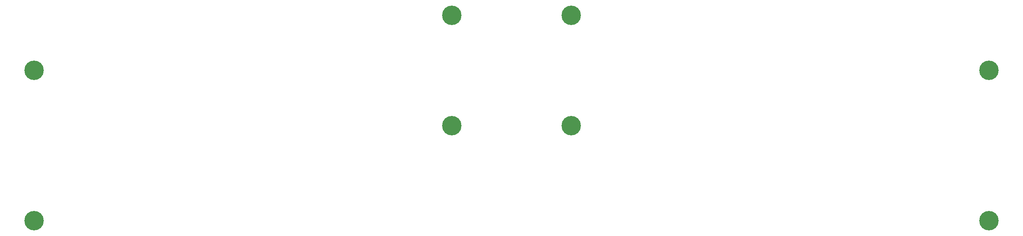
<source format=gtl>
G04 #@! TF.GenerationSoftware,KiCad,Pcbnew,(5.1.4)-1*
G04 #@! TF.CreationDate,2021-09-25T13:38:48-04:00*
G04 #@! TF.ProjectId,horizon-choc-bottom-plate,686f7269-7a6f-46e2-9d63-686f632d626f,rev?*
G04 #@! TF.SameCoordinates,Original*
G04 #@! TF.FileFunction,Copper,L1,Top*
G04 #@! TF.FilePolarity,Positive*
%FSLAX46Y46*%
G04 Gerber Fmt 4.6, Leading zero omitted, Abs format (unit mm)*
G04 Created by KiCad (PCBNEW (5.1.4)-1) date 2021-09-25 13:38:48*
%MOMM*%
%LPD*%
G04 APERTURE LIST*
%ADD10C,0.700000*%
%ADD11C,4.400000*%
G04 APERTURE END LIST*
D10*
X216666726Y-123333274D03*
X215500000Y-122850000D03*
X214333274Y-123333274D03*
X213850000Y-124500000D03*
X214333274Y-125666726D03*
X215500000Y-126150000D03*
X216666726Y-125666726D03*
X217150000Y-124500000D03*
D11*
X215500000Y-124500000D03*
D10*
X189666726Y-123333274D03*
X188500000Y-122850000D03*
X187333274Y-123333274D03*
X186850000Y-124500000D03*
X187333274Y-125666726D03*
X188500000Y-126150000D03*
X189666726Y-125666726D03*
X190150000Y-124500000D03*
D11*
X188500000Y-124500000D03*
D10*
X216666726Y-98333274D03*
X215500000Y-97850000D03*
X214333274Y-98333274D03*
X213850000Y-99500000D03*
X214333274Y-100666726D03*
X215500000Y-101150000D03*
X216666726Y-100666726D03*
X217150000Y-99500000D03*
D11*
X215500000Y-99500000D03*
D10*
X189666726Y-98333274D03*
X188500000Y-97850000D03*
X187333274Y-98333274D03*
X186850000Y-99500000D03*
X187333274Y-100666726D03*
X188500000Y-101150000D03*
X189666726Y-100666726D03*
X190150000Y-99500000D03*
D11*
X188500000Y-99500000D03*
D10*
X95166726Y-110833274D03*
X94000000Y-110350000D03*
X92833274Y-110833274D03*
X92350000Y-112000000D03*
X92833274Y-113166726D03*
X94000000Y-113650000D03*
X95166726Y-113166726D03*
X95650000Y-112000000D03*
D11*
X94000000Y-112000000D03*
D10*
X311166726Y-144833274D03*
X310000000Y-144350000D03*
X308833274Y-144833274D03*
X308350000Y-146000000D03*
X308833274Y-147166726D03*
X310000000Y-147650000D03*
X311166726Y-147166726D03*
X311650000Y-146000000D03*
D11*
X310000000Y-146000000D03*
D10*
X311166726Y-110833274D03*
X310000000Y-110350000D03*
X308833274Y-110833274D03*
X308350000Y-112000000D03*
X308833274Y-113166726D03*
X310000000Y-113650000D03*
X311166726Y-113166726D03*
X311650000Y-112000000D03*
D11*
X310000000Y-112000000D03*
D10*
X95166726Y-144833274D03*
X94000000Y-144350000D03*
X92833274Y-144833274D03*
X92350000Y-146000000D03*
X92833274Y-147166726D03*
X94000000Y-147650000D03*
X95166726Y-147166726D03*
X95650000Y-146000000D03*
D11*
X94000000Y-146000000D03*
M02*

</source>
